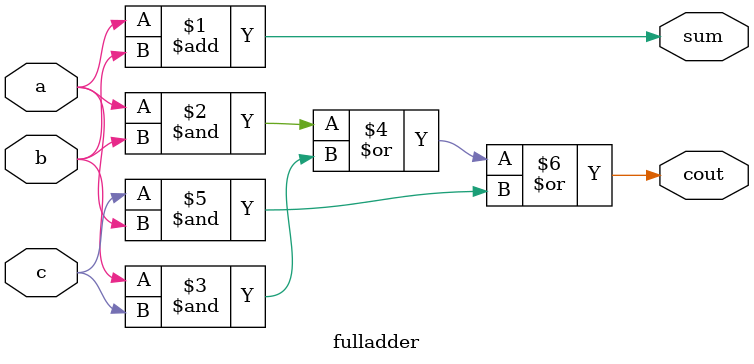
<source format=v>
module fulladder(sum,cout,a,b,c);
	input a,b,c;
	output sum,cout;
	assign sum = a+b;
	assign cout = (a&b) | (b&c) | (c&a);
endmodule

</source>
